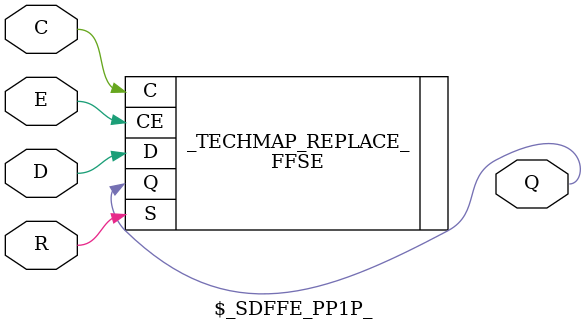
<source format=v>
/*
 *  yosys -- Yosys Open SYnthesis Suite
 *
 *  Copyright (C) 2012  Claire Xenia Wolf <claire@yosyshq.com>
 *
 *  Permission to use, copy, modify, and/or distribute this software for any
 *  purpose with or without fee is hereby granted, provided that the above
 *  copyright notice and this permission notice appear in all copies.
 *
 *  THE SOFTWARE IS PROVIDED "AS IS" AND THE AUTHOR DISCLAIMS ALL WARRANTIES
 *  WITH REGARD TO THIS SOFTWARE INCLUDING ALL IMPLIED WARRANTIES OF
 *  MERCHANTABILITY AND FITNESS. IN NO EVENT SHALL THE AUTHOR BE LIABLE FOR
 *  ANY SPECIAL, DIRECT, INDIRECT, OR CONSEQUENTIAL DAMAGES OR ANY DAMAGES
 *  WHATSOEVER RESULTING FROM LOSS OF USE, DATA OR PROFITS, WHETHER IN AN
 *  ACTION OF CONTRACT, NEGLIGENCE OR OTHER TORTIOUS ACTION, ARISING OUT OF
 *  OR IN CONNECTION WITH THE USE OR PERFORMANCE OF THIS SOFTWARE.
 *
 */

`ifndef _NO_FFS

// Async reset, enable.

module  \$_DFFE_NP0P_ (input D, C, E, R, output Q);
  FFCE_N #(.INIT(1'b0)) _TECHMAP_REPLACE_ (.D(D), .Q(Q), .C(C), .CE(E), .CLR(R));
  wire _TECHMAP_REMOVEINIT_Q_ = 1;
endmodule
module  \$_DFFE_PP0P_ (input D, C, E, R, output Q);
  FFCE   #(.INIT(1'b0)) _TECHMAP_REPLACE_ (.D(D), .Q(Q), .C(C), .CE(E), .CLR(R));
  wire _TECHMAP_REMOVEINIT_Q_ = 1;
endmodule

module  \$_DFFE_NP1P_ (input D, C, E, R, output Q);
  FFPE_N #(.INIT(1'b1)) _TECHMAP_REPLACE_ (.D(D), .Q(Q), .C(C), .CE(E), .PRE(R));
  wire _TECHMAP_REMOVEINIT_Q_ = 1;
endmodule
module  \$_DFFE_PP1P_ (input D, C, E, R, output Q);
  FFPE   #(.INIT(1'b1)) _TECHMAP_REPLACE_ (.D(D), .Q(Q), .C(C), .CE(E), .PRE(R));
  wire _TECHMAP_REMOVEINIT_Q_ = 1;
endmodule

// Sync reset, enable.

module  \$_SDFFE_NP0P_ (input D, C, E, R, output Q);
  FFRE_N #(.INIT(1'b0)) _TECHMAP_REPLACE_ (.D(D), .Q(Q), .C(C), .CE(E), .R(R));
  wire _TECHMAP_REMOVEINIT_Q_ = 1;
endmodule
module  \$_SDFFE_PP0P_ (input D, C, E, R, output Q);
  FFRE   #(.INIT(1'b0)) _TECHMAP_REPLACE_ (.D(D), .Q(Q), .C(C), .CE(E), .R(R));
  wire _TECHMAP_REMOVEINIT_Q_ = 1;
endmodule

module  \$_SDFFE_NP1P_ (input D, C, E, R, output Q);
  FFSE_N #(.INIT(1'b1)) _TECHMAP_REPLACE_ (.D(D), .Q(Q), .C(C), .CE(E), .S(R));
  wire _TECHMAP_REMOVEINIT_Q_ = 1;
endmodule
module  \$_SDFFE_PP1P_ (input D, C, E, R, output Q);
  FFSE   #(.INIT(1'b1)) _TECHMAP_REPLACE_ (.D(D), .Q(Q), .C(C), .CE(E), .S(R));
  wire _TECHMAP_REMOVEINIT_Q_ = 1;
endmodule

`endif


</source>
